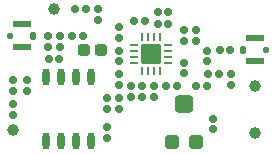
<source format=gts>
G04*
G04 #@! TF.GenerationSoftware,Altium Limited,Altium Designer,22.2.1 (43)*
G04*
G04 Layer_Color=8388736*
%FSLAX24Y24*%
%MOIN*%
G70*
G04*
G04 #@! TF.SameCoordinates,385840A5-E032-4D16-B727-23F4FCC5E7AD*
G04*
G04*
G04 #@! TF.FilePolarity,Negative*
G04*
G01*
G75*
G04:AMPARAMS|DCode=14|XSize=22.8mil|YSize=62.2mil|CornerRadius=5.7mil|HoleSize=0mil|Usage=FLASHONLY|Rotation=270.000|XOffset=0mil|YOffset=0mil|HoleType=Round|Shape=RoundedRectangle|*
%AMROUNDEDRECTD14*
21,1,0.0228,0.0508,0,0,270.0*
21,1,0.0114,0.0622,0,0,270.0*
1,1,0.0114,-0.0254,-0.0057*
1,1,0.0114,-0.0254,0.0057*
1,1,0.0114,0.0254,0.0057*
1,1,0.0114,0.0254,-0.0057*
%
%ADD14ROUNDEDRECTD14*%
G04:AMPARAMS|DCode=15|XSize=23.6mil|YSize=21.7mil|CornerRadius=5.4mil|HoleSize=0mil|Usage=FLASHONLY|Rotation=90.000|XOffset=0mil|YOffset=0mil|HoleType=Round|Shape=RoundedRectangle|*
%AMROUNDEDRECTD15*
21,1,0.0236,0.0108,0,0,90.0*
21,1,0.0128,0.0217,0,0,90.0*
1,1,0.0108,0.0054,0.0064*
1,1,0.0108,0.0054,-0.0064*
1,1,0.0108,-0.0054,-0.0064*
1,1,0.0108,-0.0054,0.0064*
%
%ADD15ROUNDEDRECTD15*%
G04:AMPARAMS|DCode=16|XSize=19.7mil|YSize=19.7mil|CornerRadius=4.9mil|HoleSize=0mil|Usage=FLASHONLY|Rotation=90.000|XOffset=0mil|YOffset=0mil|HoleType=Round|Shape=RoundedRectangle|*
%AMROUNDEDRECTD16*
21,1,0.0197,0.0098,0,0,90.0*
21,1,0.0098,0.0197,0,0,90.0*
1,1,0.0098,0.0049,0.0049*
1,1,0.0098,0.0049,-0.0049*
1,1,0.0098,-0.0049,-0.0049*
1,1,0.0098,-0.0049,0.0049*
%
%ADD16ROUNDEDRECTD16*%
G04:AMPARAMS|DCode=17|XSize=25.2mil|YSize=25.2mil|CornerRadius=6.3mil|HoleSize=0mil|Usage=FLASHONLY|Rotation=0.000|XOffset=0mil|YOffset=0mil|HoleType=Round|Shape=RoundedRectangle|*
%AMROUNDEDRECTD17*
21,1,0.0252,0.0126,0,0,0.0*
21,1,0.0126,0.0252,0,0,0.0*
1,1,0.0126,0.0063,-0.0063*
1,1,0.0126,-0.0063,-0.0063*
1,1,0.0126,-0.0063,0.0063*
1,1,0.0126,0.0063,0.0063*
%
%ADD17ROUNDEDRECTD17*%
%ADD18O,0.0236X0.0571*%
%ADD19O,0.0098X0.0315*%
%ADD20O,0.0315X0.0098*%
G04:AMPARAMS|DCode=21|XSize=23.6mil|YSize=23.6mil|CornerRadius=5.9mil|HoleSize=0mil|Usage=FLASHONLY|Rotation=90.000|XOffset=0mil|YOffset=0mil|HoleType=Round|Shape=RoundedRectangle|*
%AMROUNDEDRECTD21*
21,1,0.0236,0.0118,0,0,90.0*
21,1,0.0118,0.0236,0,0,90.0*
1,1,0.0118,0.0059,0.0059*
1,1,0.0118,0.0059,-0.0059*
1,1,0.0118,-0.0059,-0.0059*
1,1,0.0118,-0.0059,0.0059*
%
%ADD21ROUNDEDRECTD21*%
G04:AMPARAMS|DCode=22|XSize=25.2mil|YSize=25.2mil|CornerRadius=6.3mil|HoleSize=0mil|Usage=FLASHONLY|Rotation=90.000|XOffset=0mil|YOffset=0mil|HoleType=Round|Shape=RoundedRectangle|*
%AMROUNDEDRECTD22*
21,1,0.0252,0.0126,0,0,90.0*
21,1,0.0126,0.0252,0,0,90.0*
1,1,0.0126,0.0063,0.0063*
1,1,0.0126,0.0063,-0.0063*
1,1,0.0126,-0.0063,-0.0063*
1,1,0.0126,-0.0063,0.0063*
%
%ADD22ROUNDEDRECTD22*%
G04:AMPARAMS|DCode=23|XSize=23.6mil|YSize=23.6mil|CornerRadius=5.9mil|HoleSize=0mil|Usage=FLASHONLY|Rotation=0.000|XOffset=0mil|YOffset=0mil|HoleType=Round|Shape=RoundedRectangle|*
%AMROUNDEDRECTD23*
21,1,0.0236,0.0118,0,0,0.0*
21,1,0.0118,0.0236,0,0,0.0*
1,1,0.0118,0.0059,-0.0059*
1,1,0.0118,-0.0059,-0.0059*
1,1,0.0118,-0.0059,0.0059*
1,1,0.0118,0.0059,0.0059*
%
%ADD23ROUNDEDRECTD23*%
G04:AMPARAMS|DCode=25|XSize=47.2mil|YSize=47.2mil|CornerRadius=11.8mil|HoleSize=0mil|Usage=FLASHONLY|Rotation=0.000|XOffset=0mil|YOffset=0mil|HoleType=Round|Shape=RoundedRectangle|*
%AMROUNDEDRECTD25*
21,1,0.0472,0.0236,0,0,0.0*
21,1,0.0236,0.0472,0,0,0.0*
1,1,0.0236,0.0118,-0.0118*
1,1,0.0236,-0.0118,-0.0118*
1,1,0.0236,-0.0118,0.0118*
1,1,0.0236,0.0118,0.0118*
%
%ADD25ROUNDEDRECTD25*%
G04:AMPARAMS|DCode=26|XSize=63mil|YSize=59.1mil|CornerRadius=14.8mil|HoleSize=0mil|Usage=FLASHONLY|Rotation=0.000|XOffset=0mil|YOffset=0mil|HoleType=Round|Shape=RoundedRectangle|*
%AMROUNDEDRECTD26*
21,1,0.0630,0.0295,0,0,0.0*
21,1,0.0335,0.0591,0,0,0.0*
1,1,0.0295,0.0167,-0.0148*
1,1,0.0295,-0.0167,-0.0148*
1,1,0.0295,-0.0167,0.0148*
1,1,0.0295,0.0167,0.0148*
%
%ADD26ROUNDEDRECTD26*%
G04:AMPARAMS|DCode=27|XSize=37.4mil|YSize=41.3mil|CornerRadius=9.4mil|HoleSize=0mil|Usage=FLASHONLY|Rotation=270.000|XOffset=0mil|YOffset=0mil|HoleType=Round|Shape=RoundedRectangle|*
%AMROUNDEDRECTD27*
21,1,0.0374,0.0226,0,0,270.0*
21,1,0.0187,0.0413,0,0,270.0*
1,1,0.0187,-0.0113,-0.0094*
1,1,0.0187,-0.0113,0.0094*
1,1,0.0187,0.0113,0.0094*
1,1,0.0187,0.0113,-0.0094*
%
%ADD27ROUNDEDRECTD27*%
%ADD28C,0.0394*%
G04:AMPARAMS|DCode=29|XSize=66.1mil|YSize=66.1mil|CornerRadius=3.3mil|HoleSize=0mil|Usage=FLASHONLY|Rotation=0.000|XOffset=0mil|YOffset=0mil|HoleType=Round|Shape=RoundedRectangle|*
%AMROUNDEDRECTD29*
21,1,0.0661,0.0595,0,0,0.0*
21,1,0.0595,0.0661,0,0,0.0*
1,1,0.0066,0.0298,-0.0298*
1,1,0.0066,-0.0298,-0.0298*
1,1,0.0066,-0.0298,0.0298*
1,1,0.0066,0.0298,0.0298*
%
%ADD29ROUNDEDRECTD29*%
D14*
X699Y3657D02*
D03*
Y4413D02*
D03*
X8465Y3941D02*
D03*
Y3185D02*
D03*
D15*
X1083Y4035D02*
D03*
X8081Y3563D02*
D03*
D16*
X305Y4035D02*
D03*
X8858Y3563D02*
D03*
D17*
X3543Y606D02*
D03*
Y969D02*
D03*
X3937Y3953D02*
D03*
X6496Y3854D02*
D03*
X6102D02*
D03*
X3248Y4906D02*
D03*
X6102Y3134D02*
D03*
X886Y2181D02*
D03*
X394Y2181D02*
D03*
X3937Y2740D02*
D03*
X7677Y2378D02*
D03*
X394Y2543D02*
D03*
X886Y2543D02*
D03*
X6102Y2772D02*
D03*
X3937Y4315D02*
D03*
X6496Y4217D02*
D03*
X6102D02*
D03*
X3248Y4543D02*
D03*
X7677Y2740D02*
D03*
X3937Y2378D02*
D03*
X3543Y1953D02*
D03*
Y1591D02*
D03*
D18*
X2514Y502D02*
D03*
X1514Y2648D02*
D03*
Y502D02*
D03*
X2014D02*
D03*
X3014D02*
D03*
X2014Y2648D02*
D03*
X2514D02*
D03*
X3014D02*
D03*
D19*
X4921Y3996D02*
D03*
Y2854D02*
D03*
X5315D02*
D03*
X4724D02*
D03*
X5118D02*
D03*
X5315Y3996D02*
D03*
X5118D02*
D03*
X4724D02*
D03*
D20*
X5591Y3720D02*
D03*
X4449D02*
D03*
X5591Y3327D02*
D03*
X4449Y3524D02*
D03*
Y3327D02*
D03*
Y3130D02*
D03*
X5591D02*
D03*
Y3524D02*
D03*
D21*
X2835Y4921D02*
D03*
X5591Y4823D02*
D03*
Y4429D02*
D03*
X1594Y3248D02*
D03*
X2480Y4921D02*
D03*
X6870Y2362D02*
D03*
X6516D02*
D03*
X6909Y2756D02*
D03*
X7264D02*
D03*
X7657Y3563D02*
D03*
X7303D02*
D03*
X5236Y4823D02*
D03*
Y4429D02*
D03*
X2736Y4035D02*
D03*
X2382D02*
D03*
X1949Y3248D02*
D03*
D22*
X4807Y4528D02*
D03*
X5512Y2362D02*
D03*
X4709D02*
D03*
X4709Y1969D02*
D03*
X4346Y2362D02*
D03*
X5874D02*
D03*
X4346Y1969D02*
D03*
X4445Y4528D02*
D03*
D23*
X5118Y1988D02*
D03*
X394Y1752D02*
D03*
X7087Y906D02*
D03*
X1575Y3661D02*
D03*
X394Y1398D02*
D03*
X7087Y1260D02*
D03*
X6890Y3524D02*
D03*
Y3169D02*
D03*
X5118Y2343D02*
D03*
X3937Y1594D02*
D03*
Y1949D02*
D03*
Y3524D02*
D03*
Y3169D02*
D03*
X1575Y4016D02*
D03*
X1969D02*
D03*
Y3661D02*
D03*
D25*
X6496Y472D02*
D03*
X5709D02*
D03*
D26*
X6102Y1752D02*
D03*
D27*
X2766Y3543D02*
D03*
X3337D02*
D03*
D28*
X8465Y787D02*
D03*
X1772Y4921D02*
D03*
X394Y886D02*
D03*
X8465Y2362D02*
D03*
D29*
X5020Y3425D02*
D03*
M02*

</source>
